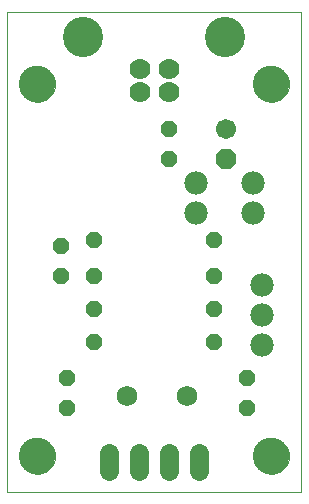
<source format=gbs>
G75*
%MOIN*%
%OFA0B0*%
%FSLAX24Y24*%
%IPPOS*%
%LPD*%
%AMOC8*
5,1,8,0,0,1.08239X$1,22.5*
%
%ADD10C,0.0000*%
%ADD11C,0.1221*%
%ADD12C,0.0690*%
%ADD13OC8,0.0560*%
%ADD14C,0.0780*%
%ADD15OC8,0.0670*%
%ADD16C,0.0670*%
%ADD17C,0.0640*%
%ADD18C,0.0700*%
%ADD19C,0.1340*%
D10*
X000280Y000280D02*
X000280Y016280D01*
X010080Y016280D01*
X010080Y000280D01*
X000280Y000280D01*
X000689Y001480D02*
X000691Y001528D01*
X000697Y001576D01*
X000707Y001623D01*
X000720Y001669D01*
X000738Y001714D01*
X000758Y001758D01*
X000783Y001800D01*
X000811Y001839D01*
X000841Y001876D01*
X000875Y001910D01*
X000912Y001942D01*
X000950Y001971D01*
X000991Y001996D01*
X001034Y002018D01*
X001079Y002036D01*
X001125Y002050D01*
X001172Y002061D01*
X001220Y002068D01*
X001268Y002071D01*
X001316Y002070D01*
X001364Y002065D01*
X001412Y002056D01*
X001458Y002044D01*
X001503Y002027D01*
X001547Y002007D01*
X001589Y001984D01*
X001629Y001957D01*
X001667Y001927D01*
X001702Y001894D01*
X001734Y001858D01*
X001764Y001820D01*
X001790Y001779D01*
X001812Y001736D01*
X001832Y001692D01*
X001847Y001647D01*
X001859Y001600D01*
X001867Y001552D01*
X001871Y001504D01*
X001871Y001456D01*
X001867Y001408D01*
X001859Y001360D01*
X001847Y001313D01*
X001832Y001268D01*
X001812Y001224D01*
X001790Y001181D01*
X001764Y001140D01*
X001734Y001102D01*
X001702Y001066D01*
X001667Y001033D01*
X001629Y001003D01*
X001589Y000976D01*
X001547Y000953D01*
X001503Y000933D01*
X001458Y000916D01*
X001412Y000904D01*
X001364Y000895D01*
X001316Y000890D01*
X001268Y000889D01*
X001220Y000892D01*
X001172Y000899D01*
X001125Y000910D01*
X001079Y000924D01*
X001034Y000942D01*
X000991Y000964D01*
X000950Y000989D01*
X000912Y001018D01*
X000875Y001050D01*
X000841Y001084D01*
X000811Y001121D01*
X000783Y001160D01*
X000758Y001202D01*
X000738Y001246D01*
X000720Y001291D01*
X000707Y001337D01*
X000697Y001384D01*
X000691Y001432D01*
X000689Y001480D01*
X000689Y013880D02*
X000691Y013928D01*
X000697Y013976D01*
X000707Y014023D01*
X000720Y014069D01*
X000738Y014114D01*
X000758Y014158D01*
X000783Y014200D01*
X000811Y014239D01*
X000841Y014276D01*
X000875Y014310D01*
X000912Y014342D01*
X000950Y014371D01*
X000991Y014396D01*
X001034Y014418D01*
X001079Y014436D01*
X001125Y014450D01*
X001172Y014461D01*
X001220Y014468D01*
X001268Y014471D01*
X001316Y014470D01*
X001364Y014465D01*
X001412Y014456D01*
X001458Y014444D01*
X001503Y014427D01*
X001547Y014407D01*
X001589Y014384D01*
X001629Y014357D01*
X001667Y014327D01*
X001702Y014294D01*
X001734Y014258D01*
X001764Y014220D01*
X001790Y014179D01*
X001812Y014136D01*
X001832Y014092D01*
X001847Y014047D01*
X001859Y014000D01*
X001867Y013952D01*
X001871Y013904D01*
X001871Y013856D01*
X001867Y013808D01*
X001859Y013760D01*
X001847Y013713D01*
X001832Y013668D01*
X001812Y013624D01*
X001790Y013581D01*
X001764Y013540D01*
X001734Y013502D01*
X001702Y013466D01*
X001667Y013433D01*
X001629Y013403D01*
X001589Y013376D01*
X001547Y013353D01*
X001503Y013333D01*
X001458Y013316D01*
X001412Y013304D01*
X001364Y013295D01*
X001316Y013290D01*
X001268Y013289D01*
X001220Y013292D01*
X001172Y013299D01*
X001125Y013310D01*
X001079Y013324D01*
X001034Y013342D01*
X000991Y013364D01*
X000950Y013389D01*
X000912Y013418D01*
X000875Y013450D01*
X000841Y013484D01*
X000811Y013521D01*
X000783Y013560D01*
X000758Y013602D01*
X000738Y013646D01*
X000720Y013691D01*
X000707Y013737D01*
X000697Y013784D01*
X000691Y013832D01*
X000689Y013880D01*
X008489Y013880D02*
X008491Y013928D01*
X008497Y013976D01*
X008507Y014023D01*
X008520Y014069D01*
X008538Y014114D01*
X008558Y014158D01*
X008583Y014200D01*
X008611Y014239D01*
X008641Y014276D01*
X008675Y014310D01*
X008712Y014342D01*
X008750Y014371D01*
X008791Y014396D01*
X008834Y014418D01*
X008879Y014436D01*
X008925Y014450D01*
X008972Y014461D01*
X009020Y014468D01*
X009068Y014471D01*
X009116Y014470D01*
X009164Y014465D01*
X009212Y014456D01*
X009258Y014444D01*
X009303Y014427D01*
X009347Y014407D01*
X009389Y014384D01*
X009429Y014357D01*
X009467Y014327D01*
X009502Y014294D01*
X009534Y014258D01*
X009564Y014220D01*
X009590Y014179D01*
X009612Y014136D01*
X009632Y014092D01*
X009647Y014047D01*
X009659Y014000D01*
X009667Y013952D01*
X009671Y013904D01*
X009671Y013856D01*
X009667Y013808D01*
X009659Y013760D01*
X009647Y013713D01*
X009632Y013668D01*
X009612Y013624D01*
X009590Y013581D01*
X009564Y013540D01*
X009534Y013502D01*
X009502Y013466D01*
X009467Y013433D01*
X009429Y013403D01*
X009389Y013376D01*
X009347Y013353D01*
X009303Y013333D01*
X009258Y013316D01*
X009212Y013304D01*
X009164Y013295D01*
X009116Y013290D01*
X009068Y013289D01*
X009020Y013292D01*
X008972Y013299D01*
X008925Y013310D01*
X008879Y013324D01*
X008834Y013342D01*
X008791Y013364D01*
X008750Y013389D01*
X008712Y013418D01*
X008675Y013450D01*
X008641Y013484D01*
X008611Y013521D01*
X008583Y013560D01*
X008558Y013602D01*
X008538Y013646D01*
X008520Y013691D01*
X008507Y013737D01*
X008497Y013784D01*
X008491Y013832D01*
X008489Y013880D01*
X008489Y001480D02*
X008491Y001528D01*
X008497Y001576D01*
X008507Y001623D01*
X008520Y001669D01*
X008538Y001714D01*
X008558Y001758D01*
X008583Y001800D01*
X008611Y001839D01*
X008641Y001876D01*
X008675Y001910D01*
X008712Y001942D01*
X008750Y001971D01*
X008791Y001996D01*
X008834Y002018D01*
X008879Y002036D01*
X008925Y002050D01*
X008972Y002061D01*
X009020Y002068D01*
X009068Y002071D01*
X009116Y002070D01*
X009164Y002065D01*
X009212Y002056D01*
X009258Y002044D01*
X009303Y002027D01*
X009347Y002007D01*
X009389Y001984D01*
X009429Y001957D01*
X009467Y001927D01*
X009502Y001894D01*
X009534Y001858D01*
X009564Y001820D01*
X009590Y001779D01*
X009612Y001736D01*
X009632Y001692D01*
X009647Y001647D01*
X009659Y001600D01*
X009667Y001552D01*
X009671Y001504D01*
X009671Y001456D01*
X009667Y001408D01*
X009659Y001360D01*
X009647Y001313D01*
X009632Y001268D01*
X009612Y001224D01*
X009590Y001181D01*
X009564Y001140D01*
X009534Y001102D01*
X009502Y001066D01*
X009467Y001033D01*
X009429Y001003D01*
X009389Y000976D01*
X009347Y000953D01*
X009303Y000933D01*
X009258Y000916D01*
X009212Y000904D01*
X009164Y000895D01*
X009116Y000890D01*
X009068Y000889D01*
X009020Y000892D01*
X008972Y000899D01*
X008925Y000910D01*
X008879Y000924D01*
X008834Y000942D01*
X008791Y000964D01*
X008750Y000989D01*
X008712Y001018D01*
X008675Y001050D01*
X008641Y001084D01*
X008611Y001121D01*
X008583Y001160D01*
X008558Y001202D01*
X008538Y001246D01*
X008520Y001291D01*
X008507Y001337D01*
X008497Y001384D01*
X008491Y001432D01*
X008489Y001480D01*
D11*
X009080Y001480D03*
X009080Y013880D03*
X001280Y013880D03*
X001280Y001480D03*
D12*
X004280Y003480D03*
X006280Y003480D03*
D13*
X007180Y005280D03*
X007180Y006380D03*
X007180Y007480D03*
X007180Y008680D03*
X005680Y011380D03*
X005680Y012380D03*
X003180Y008680D03*
X003180Y007480D03*
X003180Y006380D03*
X003180Y005280D03*
X002280Y004080D03*
X002280Y003080D03*
X002080Y007480D03*
X002080Y008480D03*
X008280Y004080D03*
X008280Y003080D03*
D14*
X008780Y005180D03*
X008780Y006180D03*
X008780Y007180D03*
X008480Y009580D03*
X008480Y010580D03*
X006580Y010580D03*
X006580Y009580D03*
D15*
X007580Y011380D03*
D16*
X007580Y012380D03*
D17*
X006680Y001580D02*
X006680Y000980D01*
X005680Y000980D02*
X005680Y001580D01*
X004680Y001580D02*
X004680Y000980D01*
X003680Y000980D02*
X003680Y001580D01*
D18*
X004688Y013600D03*
X004688Y014380D03*
X005672Y014380D03*
X005672Y013600D03*
D19*
X007550Y015450D03*
X002810Y015450D03*
M02*

</source>
